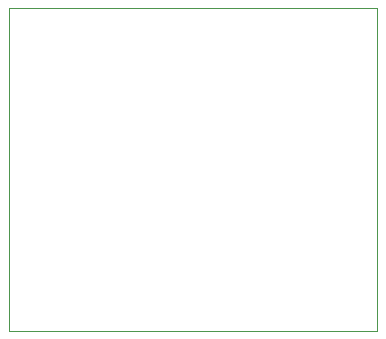
<source format=gbr>
%TF.GenerationSoftware,Altium Limited,Altium Designer,25.4.2 (15)*%
G04 Layer_Color=0*
%FSLAX45Y45*%
%MOMM*%
%TF.SameCoordinates,67C836F6-C9C3-4B7B-B257-39D1A88473F1*%
%TF.FilePolarity,Positive*%
%TF.FileFunction,Profile,NP*%
%TF.Part,Single*%
G01*
G75*
%TA.AperFunction,Profile*%
%ADD73C,0.02540*%
D73*
X8310000Y5862500D02*
Y8597500D01*
X11422500D01*
Y5862500D01*
X8310000D01*
%TF.MD5,742887063f302f8e86b856f9acfaf3e3*%
M02*

</source>
